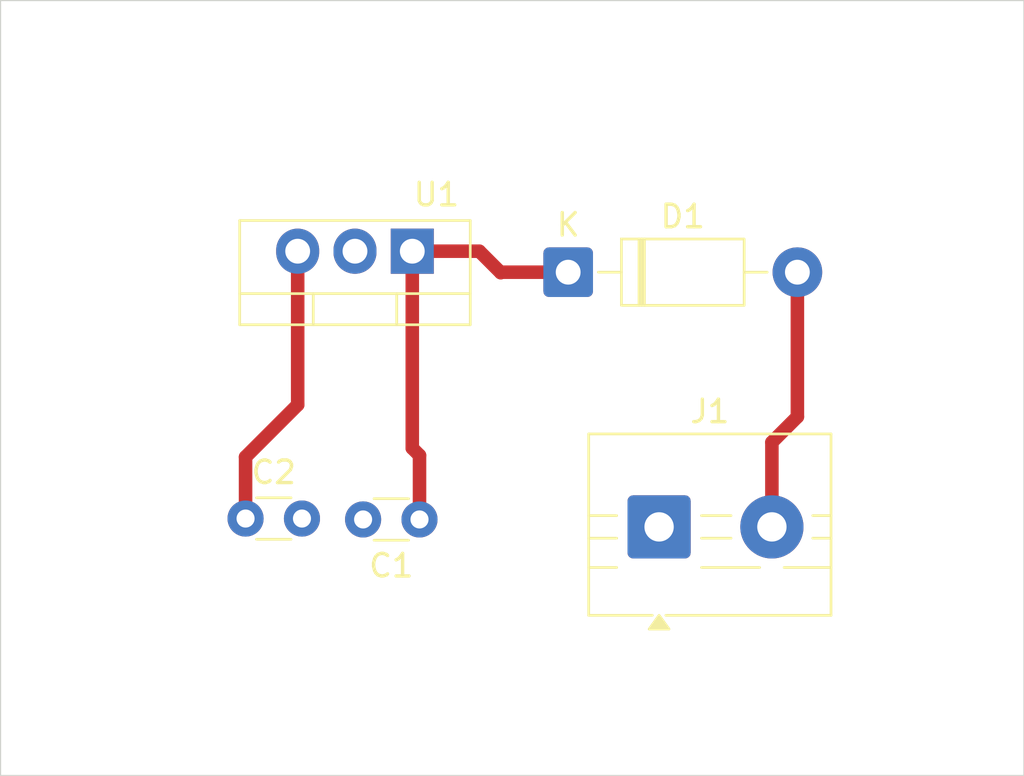
<source format=kicad_pcb>
(kicad_pcb (version 20241229) (generator "pcbnew") (generator_version "9.0")
  (layers (0 "F.Cu" signal) (2 "B.Cu" signal) (13 "F.Paste" user) (15 "B.Paste" user) (5 "F.SilkS" user "F.Silkscreen") (7 "B.SilkS" user "B.Silkscreen") (1 "F.Mask" user) (3 "B.Mask" user) (25 "Edge.Cuts" user))
  (net 0 "")
  (net 1 "Net-(D1-K)")
  (net 2 "GND")
  (net 3 "+1V5")
  (net 4 "Net-(D1-A)")
  (footprint "TerminalBlock:TerminalBlock_MaiXu_MX126-5.0-02P_1x02_P5.00mm" (layer "F.Cu") (at 106.93 65.65)
    (property "Reference" "J1" (at 2.25 -5.12 0) (layer "F.SilkS"))
    (property "Value" "Screw_Terminal_01x02")
    (fp_line (start -3.12 -4.12) (end 7.62 -4.12) (stroke (width 0.12)) (layer "F.SilkS"))
    (fp_line (start -3.12 -0.5) (end -1.88 -0.5) (stroke (width 0.12)) (layer "F.SilkS"))
    (fp_line (start -3.12 0.5) (end -1.88 0.5) (stroke (width 0.12)) (layer "F.SilkS"))
    (fp_line (start -3.12 1.8) (end -1.88 1.8) (stroke (width 0.12)) (layer "F.SilkS"))
    (fp_line (start -3.12 3.92) (end -3.12 -4.12) (stroke (width 0.12)) (layer "F.SilkS"))
    (fp_line (start -0.3 3.92) (end -3.12 3.92) (stroke (width 0.12)) (layer "F.SilkS"))
    (fp_line (start 1.88 -0.5) (end 3.188 -0.5) (stroke (width 0.12)) (layer "F.SilkS"))
    (fp_line (start 1.88 0.5) (end 3.188 0.5) (stroke (width 0.12)) (layer "F.SilkS"))
    (fp_line (start 1.88 1.8) (end 4.457 1.8) (stroke (width 0.12)) (layer "F.SilkS"))
    (fp_line (start 5.543 1.8) (end 7.62 1.8) (stroke (width 0.12)) (layer "F.SilkS"))
    (fp_line (start 6.812 -0.5) (end 7.62 -0.5) (stroke (width 0.12)) (layer "F.SilkS"))
    (fp_line (start 6.812 0.5) (end 7.62 0.5) (stroke (width 0.12)) (layer "F.SilkS"))
    (fp_line (start 7.62 -4.12) (end 7.62 3.92) (stroke (width 0.12)) (layer "F.SilkS"))
    (fp_line (start 7.62 3.92) (end 0.3 3.92) (stroke (width 0.12)) (layer "F.SilkS"))
    (fp_poly (pts (xy 0 3.92) (xy 0.44 4.53) (xy -0.44 4.53)) (stroke (width 0.12)) (fill yes) (layer "F.SilkS"))
    (pad "1" thru_hole roundrect (at 0 0) (size 2.8 2.8) (drill 1.3) (layers "*.Cu" "*.Mask") (roundrect_rratio 0.089286) (net 2 "GND"))
    (pad "2" thru_hole circle (at 5 0) (size 2.8 2.8) (drill 1.3) (layers "*.Cu" "*.Mask") (net 4 "Net-(D1-A)"))
  )
  (footprint "Capacitor_THT:C_Disc_D3.0mm_W1.6mm_P2.50mm" (layer "F.Cu") (at 96.31 65.32 180)
    (property "Reference" "C1" (at 1.25 -2.05 0) (layer "F.SilkS"))
    (property "Value" "C")
    (fp_line (start 2.015 0.92) (end 0.485 0.92) (stroke (width 0.12)) (layer "F.SilkS"))
    (fp_line (start 0.485 -0.92) (end 2.015 -0.92) (stroke (width 0.12)) (layer "F.SilkS"))
    (pad "1" thru_hole circle (at 0 0 180) (size 1.6 1.6) (drill 0.8) (layers "*.Cu" "*.Mask") (net 1 "Net-(D1-K)"))
    (pad "2" thru_hole circle (at 2.5 0 180) (size 1.6 1.6) (drill 0.8) (layers "*.Cu" "*.Mask") (net 2 "GND"))
  )
  (footprint "Package_TO_SOT_THT:TO-220-3_Vertical" (layer "F.Cu") (at 95.99 53.43 180)
    (property "Reference" "U1" (at -1.07 2.51 0) (layer "F.SilkS"))
    (property "Value" "L7805")
    (fp_line (start 7.65 1.36) (end -2.57 1.36) (stroke (width 0.12)) (layer "F.SilkS"))
    (fp_line (start 7.65 -3.26) (end 7.65 1.36) (stroke (width 0.12)) (layer "F.SilkS"))
    (fp_line (start 4.39 -3.26) (end 4.39 -1.88) (stroke (width 0.12)) (layer "F.SilkS"))
    (fp_line (start 0.69 -3.26) (end 0.69 -1.88) (stroke (width 0.12)) (layer "F.SilkS"))
    (fp_line (start -2.57 1.36) (end -2.57 -3.26) (stroke (width 0.12)) (layer "F.SilkS"))
    (fp_line (start -2.57 -1.88) (end 7.65 -1.88) (stroke (width 0.12)) (layer "F.SilkS"))
    (fp_line (start -2.57 -3.26) (end 7.65 -3.26) (stroke (width 0.12)) (layer "F.SilkS"))
    (pad "1" thru_hole rect (at 0 0 180) (size 1.905 2) (drill 1.1) (layers "*.Cu" "*.Mask") (net 1 "Net-(D1-K)"))
    (pad "2" thru_hole oval (at 2.54 0 180) (size 1.905 2) (drill 1.1) (layers "*.Cu" "*.Mask") (net 2 "GND"))
    (pad "3" thru_hole oval (at 5.08 0 180) (size 1.905 2) (drill 1.1) (layers "*.Cu" "*.Mask") (net 3 "+1V5"))
  )
  (footprint "Capacitor_THT:C_Disc_D3.0mm_W1.6mm_P2.50mm" (layer "F.Cu") (at 88.6 65.28)
    (property "Reference" "C2" (at 1.25 -2.05 0) (layer "F.SilkS"))
    (property "Value" "C")
    (fp_line (start 0.485 -0.92) (end 2.015 -0.92) (stroke (width 0.12)) (layer "F.SilkS"))
    (fp_line (start 2.015 0.92) (end 0.485 0.92) (stroke (width 0.12)) (layer "F.SilkS"))
    (pad "1" thru_hole circle (at 0 0) (size 1.6 1.6) (drill 0.8) (layers "*.Cu" "*.Mask") (net 3 "+1V5"))
    (pad "2" thru_hole circle (at 2.5 0) (size 1.6 1.6) (drill 0.8) (layers "*.Cu" "*.Mask") (net 2 "GND"))
  )
  (footprint "Diode_THT:D_DO-41_SOD81_P10.16mm_Horizontal" (layer "F.Cu") (at 102.9 54.36)
    (property "Reference" "D1" (at 5.08 -2.47 0) (layer "F.SilkS"))
    (property "Value" "1N4007")
    (fp_line (start 1.34 0) (end 2.36 0) (stroke (width 0.12)) (layer "F.SilkS"))
    (fp_line (start 3.14 -1.47) (end 3.14 1.47) (stroke (width 0.12)) (layer "F.SilkS"))
    (fp_line (start 3.26 -1.47) (end 3.26 1.47) (stroke (width 0.12)) (layer "F.SilkS"))
    (fp_line (start 3.38 -1.47) (end 3.38 1.47) (stroke (width 0.12)) (layer "F.SilkS"))
    (fp_line (start 8.82 0) (end 7.8 0) (stroke (width 0.12)) (layer "F.SilkS"))
    (fp_rect (start 2.36 -1.47) (end 7.8 1.47) (stroke (width 0.12)) (fill no) (layer "F.SilkS"))
    (fp_text user "K" (at 0 -2.1 0) (layer "F.SilkS"))
    (pad "1" thru_hole roundrect (at 0 0) (size 2.2 2.2) (drill 1.1) (layers "*.Cu" "*.Mask") (roundrect_rratio 0.113636) (net 1 "Net-(D1-K)"))
    (pad "2" thru_hole circle (at 10.16 0) (size 2.2 2.2) (drill 1.1) (layers "*.Cu" "*.Mask") (net 4 "Net-(D1-A)"))
  )
  (gr_rect (start 77.74 42.32) (end 123.1 76.67) (stroke (width 0.05)) (fill no) (layer "Edge.Cuts"))
  (segment (start 96.31 62.48) (end 95.99 62.16) (width 0.6) (layer "F.Cu") (net 1))
  (segment (start 98.96 53.43) (end 99.91 54.38) (width 0.6) (layer "F.Cu") (net 1))
  (segment (start 99.91 54.38) (end 99.93 54.36) (width 0.6) (layer "F.Cu") (net 1))
  (segment (start 99.93 54.36) (end 102.9 54.36) (width 0.6) (layer "F.Cu") (net 1))
  (segment (start 95.99 53.43) (end 95.99 62.16) (width 0.6) (layer "F.Cu") (net 1))
  (segment (start 95.99 53.43) (end 98.96 53.43) (width 0.6) (layer "F.Cu") (net 1))
  (segment (start 96.31 65.32) (end 96.31 62.48) (width 0.6) (layer "F.Cu") (net 1))
  (segment (start 90.91 53.43) (end 90.91 60.24) (width 0.6) (layer "F.Cu") (net 3))
  (segment (start 88.6 62.55) (end 88.6 65.28) (width 0.6) (layer "F.Cu") (net 3))
  (segment (start 90.91 60.24) (end 88.6 62.55) (width 0.6) (layer "F.Cu") (net 3))
  (segment (start 113.06 54.36) (end 113.06 60.77) (width 0.6) (layer "F.Cu") (net 4))
  (segment (start 111.93 61.9) (end 113.06 60.77) (width 0.6) (layer "F.Cu") (net 4))
  (segment (start 111.93 65.65) (end 111.93 61.9) (width 0.6) (layer "F.Cu") (net 4))
)
</source>
